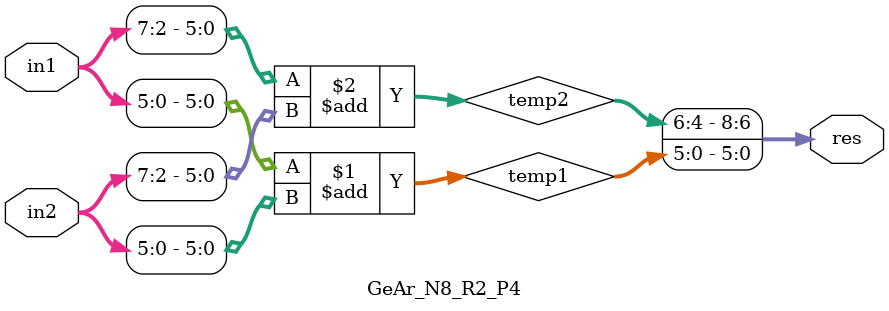
<source format=v>
`timescale 1ns / 1ps
module GeAr_N8_R2_P4(
    input [7:0] in1,
    input [7:0] in2,
    output [8:0] res
    );

wire [6:0] temp1,temp2;

assign temp1[6:0] = in1[5:0] + in2[5:0];
assign temp2[6:0] = in1[7:2] + in2[7:2];

assign res[8:0] = {temp2[6:4],temp1[5:0]};

endmodule

</source>
